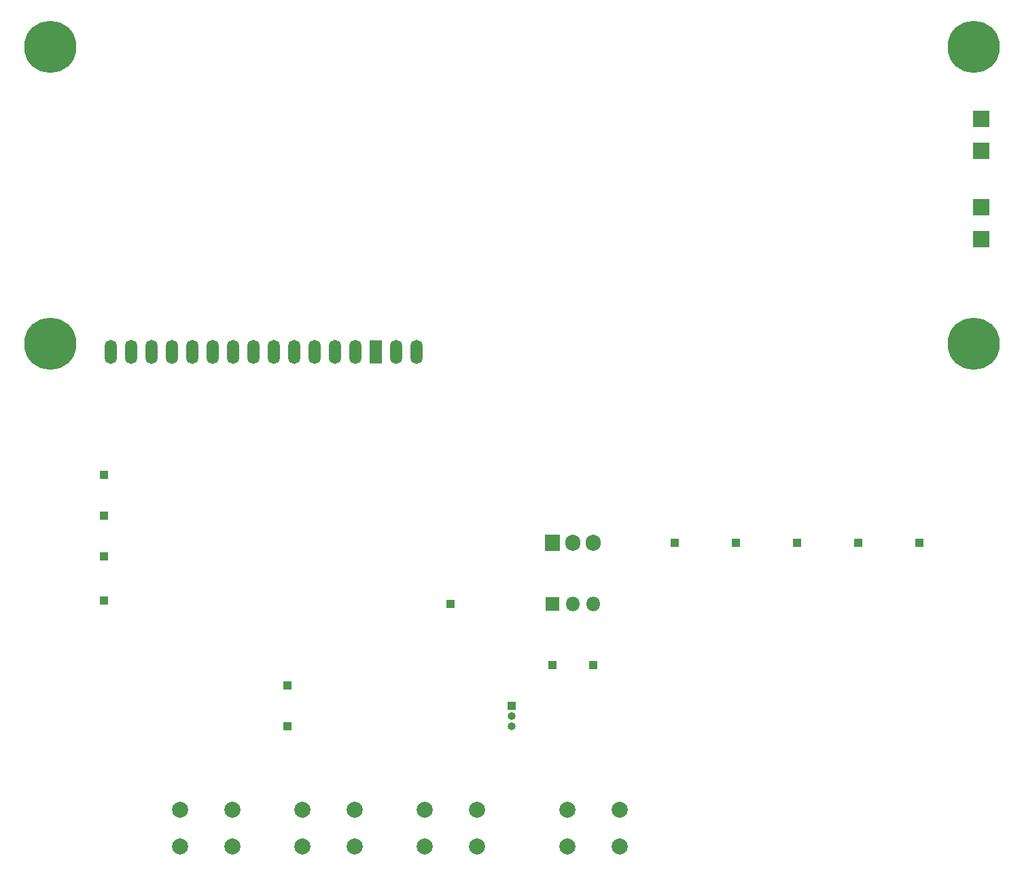
<source format=gbr>
%TF.GenerationSoftware,KiCad,Pcbnew,7.0.1*%
%TF.CreationDate,2023-06-23T23:38:44-03:00*%
%TF.ProjectId,EA075_Projeto_Final,45413037-355f-4507-926f-6a65746f5f46,rev?*%
%TF.SameCoordinates,Original*%
%TF.FileFunction,Soldermask,Bot*%
%TF.FilePolarity,Negative*%
%FSLAX46Y46*%
G04 Gerber Fmt 4.6, Leading zero omitted, Abs format (unit mm)*
G04 Created by KiCad (PCBNEW 7.0.1) date 2023-06-23 23:38:44*
%MOMM*%
%LPD*%
G01*
G04 APERTURE LIST*
%ADD10R,1.800000X1.800000*%
%ADD11O,1.800000X1.800000*%
%ADD12R,1.000000X1.000000*%
%ADD13C,2.000000*%
%ADD14O,1.000000X1.000000*%
%ADD15R,1.905000X2.000000*%
%ADD16O,1.905000X2.000000*%
%ADD17C,6.500000*%
%ADD18R,1.500000X3.000000*%
%ADD19O,1.500000X3.000000*%
%ADD20R,2.000000X2.000000*%
G04 APERTURE END LIST*
D10*
%TO.C,Q1*%
X195580000Y-93980000D03*
D11*
X198120000Y-93980000D03*
X200660000Y-93980000D03*
%TD*%
D12*
%TO.C,J1*%
X139700000Y-82990000D03*
%TD*%
D13*
%TO.C,SW1*%
X149150000Y-119670000D03*
X155650000Y-119670000D03*
X149150000Y-124170000D03*
X155650000Y-124170000D03*
%TD*%
%TO.C,SW4*%
X179630000Y-119670000D03*
X186130000Y-119670000D03*
X179630000Y-124170000D03*
X186130000Y-124170000D03*
%TD*%
%TO.C,SW3*%
X197410000Y-119670000D03*
X203910000Y-119670000D03*
X197410000Y-124170000D03*
X203910000Y-124170000D03*
%TD*%
D12*
%TO.C,J3*%
X139700000Y-93590000D03*
%TD*%
%TO.C,J6*%
X233680000Y-86360000D03*
%TD*%
%TO.C,J2*%
X139700000Y-77910000D03*
%TD*%
%TO.C,J12*%
X226060000Y-86360000D03*
%TD*%
%TO.C,J8*%
X218440000Y-86360000D03*
%TD*%
%TO.C,J5*%
X200660000Y-101600000D03*
%TD*%
%TO.C,J13*%
X162560000Y-104140000D03*
%TD*%
%TO.C,J4*%
X139700000Y-88070000D03*
%TD*%
D13*
%TO.C,SW2*%
X164390000Y-119670000D03*
X170890000Y-119670000D03*
X164390000Y-124170000D03*
X170890000Y-124170000D03*
%TD*%
D12*
%TO.C,J9*%
X241300000Y-86360000D03*
%TD*%
%TO.C,J14*%
X210820000Y-86360000D03*
%TD*%
%TO.C,J7*%
X195580000Y-101600000D03*
%TD*%
%TO.C,U5*%
X190500000Y-106680000D03*
D14*
X190500000Y-107950000D03*
X190500000Y-109220000D03*
%TD*%
D12*
%TO.C,J10*%
X182880000Y-93980000D03*
%TD*%
D15*
%TO.C,U6*%
X195580000Y-86360000D03*
D16*
X198120000Y-86360000D03*
X200660000Y-86360000D03*
%TD*%
D12*
%TO.C,J11*%
X162560000Y-109220000D03*
%TD*%
D17*
%TO.C,U1*%
X248000000Y-61537500D03*
X248000000Y-24537500D03*
X133000000Y-61537500D03*
X133000000Y-24537500D03*
D18*
X173500000Y-62537500D03*
D19*
X170960000Y-62537500D03*
X168420000Y-62537500D03*
X165880000Y-62537500D03*
X163340000Y-62537500D03*
X160800000Y-62537500D03*
X158260000Y-62537500D03*
X155720000Y-62537500D03*
X153180000Y-62537500D03*
X150640000Y-62537500D03*
X148100000Y-62537500D03*
X145560000Y-62537500D03*
X143020000Y-62537500D03*
X140480000Y-62537500D03*
X176040000Y-62537500D03*
X178580000Y-62537500D03*
D20*
X249000000Y-48537500D03*
X249000000Y-37537500D03*
X249000000Y-44537500D03*
X249000000Y-33537500D03*
%TD*%
M02*

</source>
